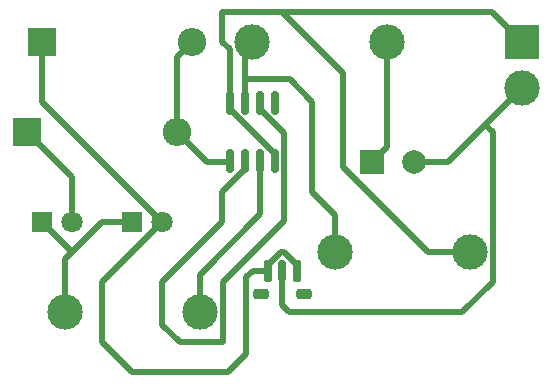
<source format=gbr>
%TF.GenerationSoftware,KiCad,Pcbnew,(6.0.4)*%
%TF.CreationDate,2022-05-29T20:56:59+05:30*%
%TF.ProjectId,bike turning signal indicator circuit,62696b65-2074-4757-926e-696e67207369,rev?*%
%TF.SameCoordinates,Original*%
%TF.FileFunction,Copper,L1,Top*%
%TF.FilePolarity,Positive*%
%FSLAX46Y46*%
G04 Gerber Fmt 4.6, Leading zero omitted, Abs format (unit mm)*
G04 Created by KiCad (PCBNEW (6.0.4)) date 2022-05-29 20:56:59*
%MOMM*%
%LPD*%
G01*
G04 APERTURE LIST*
G04 Aperture macros list*
%AMRoundRect*
0 Rectangle with rounded corners*
0 $1 Rounding radius*
0 $2 $3 $4 $5 $6 $7 $8 $9 X,Y pos of 4 corners*
0 Add a 4 corners polygon primitive as box body*
4,1,4,$2,$3,$4,$5,$6,$7,$8,$9,$2,$3,0*
0 Add four circle primitives for the rounded corners*
1,1,$1+$1,$2,$3*
1,1,$1+$1,$4,$5*
1,1,$1+$1,$6,$7*
1,1,$1+$1,$8,$9*
0 Add four rect primitives between the rounded corners*
20,1,$1+$1,$2,$3,$4,$5,0*
20,1,$1+$1,$4,$5,$6,$7,0*
20,1,$1+$1,$6,$7,$8,$9,0*
20,1,$1+$1,$8,$9,$2,$3,0*%
G04 Aperture macros list end*
%TA.AperFunction,SMDPad,CuDef*%
%ADD10RoundRect,0.187500X-0.187500X-0.712500X0.187500X-0.712500X0.187500X0.712500X-0.187500X0.712500X0*%
%TD*%
%TA.AperFunction,SMDPad,CuDef*%
%ADD11RoundRect,0.150000X-0.150000X-0.750000X0.150000X-0.750000X0.150000X0.750000X-0.150000X0.750000X0*%
%TD*%
%TA.AperFunction,SMDPad,CuDef*%
%ADD12RoundRect,0.225000X-0.425000X-0.225000X0.425000X-0.225000X0.425000X0.225000X-0.425000X0.225000X0*%
%TD*%
%TA.AperFunction,ComponentPad*%
%ADD13R,2.400000X2.400000*%
%TD*%
%TA.AperFunction,ComponentPad*%
%ADD14O,2.400000X2.400000*%
%TD*%
%TA.AperFunction,ComponentPad*%
%ADD15C,3.000000*%
%TD*%
%TA.AperFunction,ComponentPad*%
%ADD16O,3.000000X3.000000*%
%TD*%
%TA.AperFunction,ComponentPad*%
%ADD17R,1.800000X1.800000*%
%TD*%
%TA.AperFunction,ComponentPad*%
%ADD18C,1.800000*%
%TD*%
%TA.AperFunction,ComponentPad*%
%ADD19R,2.000000X2.000000*%
%TD*%
%TA.AperFunction,ComponentPad*%
%ADD20C,2.000000*%
%TD*%
%TA.AperFunction,SMDPad,CuDef*%
%ADD21RoundRect,0.150000X0.150000X-0.825000X0.150000X0.825000X-0.150000X0.825000X-0.150000X-0.825000X0*%
%TD*%
%TA.AperFunction,ComponentPad*%
%ADD22R,3.000000X3.000000*%
%TD*%
%TA.AperFunction,Conductor*%
%ADD23C,0.500000*%
%TD*%
G04 APERTURE END LIST*
D10*
%TO.P,SW1,1,A*%
%TO.N,Net-(D3-Pad1)*%
X128225000Y-80380000D03*
X125775000Y-80380000D03*
D11*
%TO.P,SW1,2,B*%
%TO.N,Net-(B1-Pad2)*%
X127000000Y-80380000D03*
D12*
%TO.P,SW1,MP*%
%TO.N,N/C*%
X128850000Y-82330000D03*
X125150000Y-82330000D03*
%TD*%
D13*
%TO.P,D3,1,K*%
%TO.N,Net-(D3-Pad1)*%
X106680000Y-60960000D03*
D14*
%TO.P,D3,2,A*%
%TO.N,Net-(D2-Pad2)*%
X119380000Y-60960000D03*
%TD*%
D15*
%TO.P,R3,1*%
%TO.N,Net-(R2-Pad2)*%
X124460000Y-60960000D03*
D16*
%TO.P,R3,2*%
%TO.N,Net-(C1-Pad1)*%
X135860000Y-60960000D03*
%TD*%
D17*
%TO.P,D4,1,K*%
%TO.N,Net-(D1-Pad1)*%
X114300000Y-76200000D03*
D18*
%TO.P,D4,2,A*%
%TO.N,Net-(D3-Pad1)*%
X116840000Y-76200000D03*
%TD*%
D15*
%TO.P,R2,1*%
%TO.N,Net-(B1-Pad1)*%
X142860000Y-78740000D03*
D16*
%TO.P,R2,2*%
%TO.N,Net-(R2-Pad2)*%
X131460000Y-78740000D03*
%TD*%
D17*
%TO.P,D1,1,K*%
%TO.N,Net-(D1-Pad1)*%
X106680000Y-76200000D03*
D18*
%TO.P,D1,2,A*%
%TO.N,Net-(D1-Pad2)*%
X109220000Y-76200000D03*
%TD*%
D13*
%TO.P,D2,1,K*%
%TO.N,Net-(D1-Pad2)*%
X105410000Y-68580000D03*
D14*
%TO.P,D2,2,A*%
%TO.N,Net-(D2-Pad2)*%
X118110000Y-68580000D03*
%TD*%
D19*
%TO.P,C1,1*%
%TO.N,Net-(C1-Pad1)*%
X134620000Y-71120000D03*
D20*
%TO.P,C1,2*%
%TO.N,Net-(B1-Pad2)*%
X138120000Y-71120000D03*
%TD*%
D21*
%TO.P,U1,1,GND*%
%TO.N,Net-(D2-Pad2)*%
X122555000Y-71055000D03*
%TO.P,U1,2,TR*%
%TO.N,Net-(U1-Pad2)*%
X123825000Y-71055000D03*
%TO.P,U1,3,Q*%
%TO.N,Net-(R1-Pad1)*%
X125095000Y-71055000D03*
%TO.P,U1,4,R*%
%TO.N,Net-(B1-Pad1)*%
X126365000Y-71055000D03*
%TO.P,U1,5,CV*%
%TO.N,unconnected-(U1-Pad5)*%
X126365000Y-66105000D03*
%TO.P,U1,6,THR*%
%TO.N,Net-(U1-Pad2)*%
X125095000Y-66105000D03*
%TO.P,U1,7,DIS*%
%TO.N,Net-(R2-Pad2)*%
X123825000Y-66105000D03*
%TO.P,U1,8,VCC*%
%TO.N,Net-(B1-Pad1)*%
X122555000Y-66105000D03*
%TD*%
D22*
%TO.P,B1,1,Pin_1*%
%TO.N,Net-(B1-Pad1)*%
X147320000Y-60960000D03*
D15*
%TO.P,B1,2,Pin_2*%
%TO.N,Net-(B1-Pad2)*%
X147320000Y-64840000D03*
%TD*%
%TO.P,R1,1*%
%TO.N,Net-(R1-Pad1)*%
X120000000Y-83820000D03*
D16*
%TO.P,R1,2*%
%TO.N,Net-(D1-Pad1)*%
X108600000Y-83820000D03*
%TD*%
D23*
%TO.N,Net-(B1-Pad1)*%
X122555000Y-66675000D02*
X126365000Y-70485000D01*
X122555000Y-66105000D02*
X122555000Y-66675000D01*
X121920000Y-58420000D02*
X127000000Y-58420000D01*
X127000000Y-58420000D02*
X132159520Y-63579520D01*
X126365000Y-70485000D02*
X126365000Y-71055000D01*
X139340978Y-78740000D02*
X142860000Y-78740000D01*
X132159520Y-63579520D02*
X132159520Y-71558542D01*
X144780000Y-58420000D02*
X147320000Y-60960000D01*
X121920000Y-60960000D02*
X121920000Y-58420000D01*
X122555000Y-66105000D02*
X122555000Y-61595000D01*
X122555000Y-61595000D02*
X121920000Y-60960000D01*
X132159520Y-71558542D02*
X139340978Y-78740000D01*
X127000000Y-58420000D02*
X144780000Y-58420000D01*
%TO.N,Net-(B1-Pad2)*%
X144809511Y-68609511D02*
X144180000Y-67980000D01*
X127000000Y-80380000D02*
X127000000Y-83229520D01*
X141040000Y-71120000D02*
X144180000Y-67980000D01*
X142240000Y-83820000D02*
X144809511Y-81250489D01*
X127590480Y-83820000D02*
X142240000Y-83820000D01*
X138120000Y-71120000D02*
X141040000Y-71120000D01*
X127000000Y-83229520D02*
X127590480Y-83820000D01*
X144809511Y-81250489D02*
X144809511Y-68609511D01*
X144180000Y-67980000D02*
X147320000Y-64840000D01*
%TO.N,Net-(C1-Pad1)*%
X135860000Y-60960000D02*
X135860000Y-69880000D01*
X135860000Y-69880000D02*
X134620000Y-71120000D01*
%TO.N,Net-(D1-Pad1)*%
X108600000Y-79360000D02*
X108600000Y-83820000D01*
X114300000Y-76200000D02*
X111760000Y-76200000D01*
X111760000Y-76200000D02*
X109220000Y-78740000D01*
X109220000Y-78740000D02*
X108600000Y-79360000D01*
X109220000Y-78740000D02*
X106680000Y-76200000D01*
%TO.N,Net-(D1-Pad2)*%
X109220000Y-72390000D02*
X105410000Y-68580000D01*
X109220000Y-76200000D02*
X109220000Y-72390000D01*
%TO.N,Net-(D2-Pad2)*%
X120650000Y-71120000D02*
X122490000Y-71120000D01*
X118110000Y-62230000D02*
X119380000Y-60960000D01*
X118110000Y-68580000D02*
X120650000Y-71120000D01*
X118110000Y-68580000D02*
X118110000Y-62230000D01*
X122490000Y-71120000D02*
X122555000Y-71055000D01*
%TO.N,Net-(D3-Pad1)*%
X125775000Y-79857151D02*
X126892151Y-78740000D01*
X123925479Y-80886694D02*
X124481694Y-80330479D01*
X127107849Y-78740000D02*
X128225000Y-79857151D01*
X124481694Y-80330479D02*
X125725479Y-80330479D01*
X116840000Y-76200000D02*
X111760000Y-81280000D01*
X126892151Y-78740000D02*
X127107849Y-78740000D01*
X106680000Y-66040000D02*
X116840000Y-76200000D01*
X125725479Y-80330479D02*
X125775000Y-80380000D01*
X128225000Y-79857151D02*
X128225000Y-80380000D01*
X111760000Y-86360000D02*
X114300000Y-88900000D01*
X111760000Y-81280000D02*
X111760000Y-86360000D01*
X114300000Y-88900000D02*
X122414635Y-88900000D01*
X125775000Y-80380000D02*
X125775000Y-79857151D01*
X122414635Y-88900000D02*
X123925479Y-87389156D01*
X123925479Y-87389156D02*
X123925479Y-80886694D01*
X106680000Y-60960000D02*
X106680000Y-66040000D01*
%TO.N,Net-(R1-Pad1)*%
X120000000Y-83820000D02*
X120000000Y-80660000D01*
X125095000Y-75565000D02*
X125095000Y-71055000D01*
X120000000Y-80660000D02*
X125095000Y-75565000D01*
%TO.N,Net-(R2-Pad2)*%
X124460000Y-60960000D02*
X123825000Y-61595000D01*
X127635000Y-64135000D02*
X129540000Y-66040000D01*
X123825000Y-61595000D02*
X123825000Y-64135000D01*
X129540000Y-73660000D02*
X131460000Y-75580000D01*
X129540000Y-66040000D02*
X129540000Y-73660000D01*
X131460000Y-75580000D02*
X131460000Y-78740000D01*
X123825000Y-64135000D02*
X123825000Y-66105000D01*
X123825000Y-64135000D02*
X127635000Y-64135000D01*
%TO.N,Net-(U1-Pad2)*%
X121949511Y-81250489D02*
X127114520Y-76085480D01*
X127114520Y-76085480D02*
X127114520Y-68694520D01*
X125095000Y-66675000D02*
X125095000Y-66105000D01*
X123825000Y-71055000D02*
X123825000Y-71755000D01*
X121949511Y-86360000D02*
X121949511Y-81250489D01*
X116840000Y-81280000D02*
X116840000Y-84888513D01*
X123825000Y-71755000D02*
X121920000Y-73660000D01*
X127114520Y-68694520D02*
X125095000Y-66675000D01*
X118311487Y-86360000D02*
X121949511Y-86360000D01*
X121920000Y-73660000D02*
X121920000Y-76200000D01*
X116840000Y-84888513D02*
X118311487Y-86360000D01*
X121920000Y-76200000D02*
X116840000Y-81280000D01*
%TD*%
M02*

</source>
